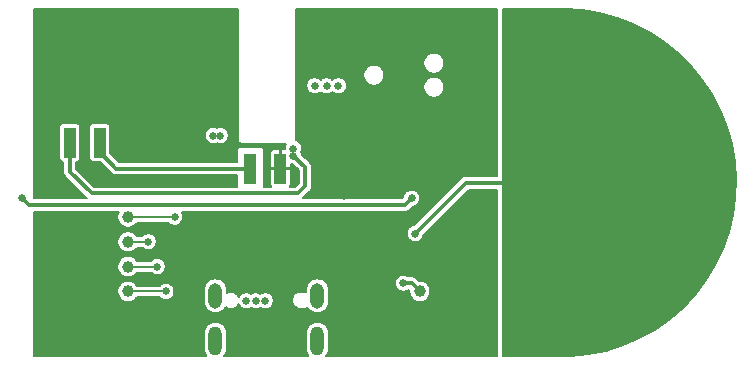
<source format=gbr>
%TF.GenerationSoftware,KiCad,Pcbnew,(5.1.9-0-10_14)*%
%TF.CreationDate,2021-10-13T13:46:12+02:00*%
%TF.ProjectId,s1-ecg-demo,73312d65-6367-42d6-9465-6d6f2e6b6963,2*%
%TF.SameCoordinates,Original*%
%TF.FileFunction,Copper,L4,Bot*%
%TF.FilePolarity,Positive*%
%FSLAX46Y46*%
G04 Gerber Fmt 4.6, Leading zero omitted, Abs format (unit mm)*
G04 Created by KiCad (PCBNEW (5.1.9-0-10_14)) date 2021-10-13 13:46:12*
%MOMM*%
%LPD*%
G01*
G04 APERTURE LIST*
%TA.AperFunction,ComponentPad*%
%ADD10O,1.158000X2.158000*%
%TD*%
%TA.AperFunction,ComponentPad*%
%ADD11O,1.158000X2.458000*%
%TD*%
%TA.AperFunction,SMDPad,CuDef*%
%ADD12C,1.000000*%
%TD*%
%TA.AperFunction,SMDPad,CuDef*%
%ADD13R,1.000000X2.500000*%
%TD*%
%TA.AperFunction,ViaPad*%
%ADD14C,0.650000*%
%TD*%
%TA.AperFunction,Conductor*%
%ADD15C,0.350000*%
%TD*%
%TA.AperFunction,Conductor*%
%ADD16C,0.200000*%
%TD*%
%TA.AperFunction,Conductor*%
%ADD17C,0.100000*%
%TD*%
G04 APERTURE END LIST*
D10*
%TO.P,J6,*%
%TO.N,*%
X143419601Y-113170999D03*
D11*
X143420001Y-116996000D03*
D10*
X134779998Y-113170999D03*
D11*
X134779998Y-116996000D03*
%TD*%
D12*
%TO.P,TP1,1*%
%TO.N,/ecg-out*%
X152100000Y-112800000D03*
%TD*%
%TO.P,TP5,1*%
%TO.N,/led4*%
X127400000Y-112800000D03*
%TD*%
%TO.P,TP4,1*%
%TO.N,/led3*%
X127400000Y-110700000D03*
%TD*%
%TO.P,TP3,1*%
%TO.N,/led2*%
X127400000Y-108600000D03*
%TD*%
%TO.P,TP2,1*%
%TO.N,/led1*%
X127400000Y-106500000D03*
%TD*%
%TO.P,J4,1*%
%TO.N,Net-(J4-Pad1)*%
%TA.AperFunction,SMDPad,CuDef*%
G36*
G01*
X159138000Y-103981000D02*
X159138000Y-103219000D01*
G75*
G02*
X159519000Y-102838000I381000J0D01*
G01*
X160281000Y-102838000D01*
G75*
G02*
X160662000Y-103219000I0J-381000D01*
G01*
X160662000Y-103981000D01*
G75*
G02*
X160281000Y-104362000I-381000J0D01*
G01*
X159519000Y-104362000D01*
G75*
G02*
X159138000Y-103981000I0J381000D01*
G01*
G37*
%TD.AperFunction*%
%TD*%
D13*
%TO.P,J5,2*%
%TO.N,Net-(J5-Pad2)*%
X124990000Y-100200000D03*
%TO.P,J5,1*%
%TO.N,/Vbatt*%
X122450000Y-100200000D03*
%TD*%
%TO.P,J7,2*%
%TO.N,Net-(J5-Pad2)*%
X137760000Y-102400000D03*
%TO.P,J7,1*%
%TO.N,GND*%
X140300000Y-102400000D03*
%TD*%
D14*
%TO.N,GND*%
X122300000Y-89400000D03*
X129300000Y-89400000D03*
X143200000Y-97500000D03*
X135375000Y-111225000D03*
X145700000Y-104700000D03*
X135100000Y-93100000D03*
X143200000Y-93200000D03*
X148800000Y-89400000D03*
X147300000Y-100800000D03*
X123750000Y-100400000D03*
X141300000Y-109500000D03*
X141300000Y-106600000D03*
X141500000Y-102600000D03*
X120300000Y-91700000D03*
X120300000Y-107700000D03*
X122300000Y-117700000D03*
X120300000Y-115700000D03*
X120300000Y-99700000D03*
X129300000Y-117700000D03*
X155300000Y-117700000D03*
X147300000Y-117700000D03*
X155100000Y-89400000D03*
X157900000Y-92000000D03*
X157900000Y-99700000D03*
X157900000Y-107500000D03*
X157900000Y-115500000D03*
X142200000Y-111300000D03*
X139975000Y-111350000D03*
X139100000Y-117700000D03*
X151200000Y-103500000D03*
X150850000Y-107050000D03*
X146400000Y-109500000D03*
X150500000Y-109500000D03*
X144300000Y-106600000D03*
X144250000Y-101650000D03*
X150400000Y-101500000D03*
X148900000Y-113400000D03*
X154800000Y-102000000D03*
X154800000Y-112600000D03*
X125200000Y-111600000D03*
X130300000Y-93600000D03*
X142700000Y-115000000D03*
X135500000Y-115000000D03*
X151400000Y-92700000D03*
X134150000Y-110300000D03*
X143200000Y-98675000D03*
X142100000Y-92200000D03*
X142100000Y-90800000D03*
X142100000Y-89400000D03*
X136200000Y-90800000D03*
X136200000Y-92200000D03*
X136200000Y-89400000D03*
X157900000Y-105000000D03*
X125000000Y-98000000D03*
X122400000Y-98000000D03*
X139150000Y-102050000D03*
X139150000Y-103550000D03*
X141500000Y-103600000D03*
X125000000Y-103400000D03*
X127600000Y-101400000D03*
X146500000Y-94500000D03*
X151400000Y-96300000D03*
X154400000Y-94500000D03*
X148700000Y-98500000D03*
X125700000Y-92900000D03*
X128200000Y-103400000D03*
%TO.N,+1V8*%
X143200000Y-95399994D03*
X144200000Y-95400000D03*
X145200000Y-95400000D03*
%TO.N,Net-(J1-Pad1)*%
X118400000Y-104900000D03*
X151400000Y-104900000D03*
%TO.N,/ecg-out*%
X150700000Y-112100000D03*
%TO.N,Net-(J4-Pad1)*%
X151700000Y-107900000D03*
%TO.N,/Vbatt*%
X141400000Y-100700000D03*
X141400000Y-101300000D03*
%TO.N,VBUS*%
X139000000Y-113600000D03*
X137400000Y-113600000D03*
X138200000Y-113600000D03*
X134600000Y-99600000D03*
X135200000Y-99600000D03*
%TO.N,/led2*%
X129100000Y-108600000D03*
%TO.N,/led3*%
X129850000Y-110700000D03*
%TO.N,/led4*%
X130600000Y-112800000D03*
%TO.N,/led1*%
X131350000Y-106500000D03*
%TD*%
D15*
%TO.N,GND*%
X140400000Y-102000000D02*
X140400000Y-101550002D01*
X140300000Y-102400000D02*
X140300000Y-101650000D01*
%TO.N,Net-(J1-Pad1)*%
X150800000Y-105500000D02*
X151400000Y-104900000D01*
X119000000Y-105500000D02*
X150800000Y-105500000D01*
X118400000Y-104900000D02*
X119000000Y-105500000D01*
%TO.N,Net-(J5-Pad2)*%
X126400000Y-102400000D02*
X127950000Y-102400000D01*
X124990000Y-100990000D02*
X126400000Y-102400000D01*
X127950000Y-102400000D02*
X137760000Y-102400000D01*
X124990000Y-100200000D02*
X124990000Y-100990000D01*
%TO.N,/ecg-out*%
X151400000Y-112100000D02*
X152100000Y-112800000D01*
X150700000Y-112100000D02*
X151400000Y-112100000D01*
%TO.N,Net-(J4-Pad1)*%
X159900000Y-103600000D02*
X156000000Y-103600000D01*
X156000000Y-103600000D02*
X151700000Y-107900000D01*
%TO.N,/Vbatt*%
X122450000Y-102650000D02*
X122450000Y-100200000D01*
X141800000Y-104500000D02*
X124300000Y-104500000D01*
X142400000Y-103900000D02*
X141800000Y-104500000D01*
X142400000Y-102300000D02*
X142400000Y-103900000D01*
X124300000Y-104500000D02*
X122450000Y-102650000D01*
X141400000Y-101300000D02*
X142400000Y-102300000D01*
D16*
%TO.N,/led2*%
X129100000Y-108600000D02*
X127400000Y-108600000D01*
%TO.N,/led3*%
X127400000Y-110700000D02*
X129850000Y-110700000D01*
%TO.N,/led4*%
X127400000Y-112800000D02*
X130600000Y-112800000D01*
%TO.N,/led1*%
X127400000Y-106500000D02*
X131350000Y-106500000D01*
%TD*%
%TO.N,Net-(J4-Pad1)*%
X165805094Y-89013278D02*
X167295994Y-89255537D01*
X168754102Y-89649769D01*
X170163953Y-90191791D01*
X171510624Y-90875866D01*
X172779851Y-91694751D01*
X173958169Y-92639757D01*
X175033112Y-93700885D01*
X175993278Y-94866880D01*
X176828506Y-96125402D01*
X177529946Y-97463117D01*
X178090159Y-98865840D01*
X178503217Y-100318725D01*
X178764740Y-101806365D01*
X178871961Y-103313022D01*
X178823741Y-104822706D01*
X178620590Y-106319443D01*
X178264666Y-107787360D01*
X177759731Y-109210924D01*
X177111138Y-110575048D01*
X176325766Y-111865263D01*
X175411932Y-113067912D01*
X174379302Y-114170270D01*
X173238839Y-115160630D01*
X172002609Y-116028519D01*
X170683722Y-116764732D01*
X169296138Y-117361474D01*
X167854566Y-117812423D01*
X166374284Y-118112797D01*
X164865591Y-118259944D01*
X164095830Y-118275000D01*
X159100000Y-118275000D01*
X159100000Y-88925000D01*
X164287642Y-88925000D01*
X165805094Y-89013278D01*
%TA.AperFunction,Conductor*%
D17*
G36*
X165805094Y-89013278D02*
G01*
X167295994Y-89255537D01*
X168754102Y-89649769D01*
X170163953Y-90191791D01*
X171510624Y-90875866D01*
X172779851Y-91694751D01*
X173958169Y-92639757D01*
X175033112Y-93700885D01*
X175993278Y-94866880D01*
X176828506Y-96125402D01*
X177529946Y-97463117D01*
X178090159Y-98865840D01*
X178503217Y-100318725D01*
X178764740Y-101806365D01*
X178871961Y-103313022D01*
X178823741Y-104822706D01*
X178620590Y-106319443D01*
X178264666Y-107787360D01*
X177759731Y-109210924D01*
X177111138Y-110575048D01*
X176325766Y-111865263D01*
X175411932Y-113067912D01*
X174379302Y-114170270D01*
X173238839Y-115160630D01*
X172002609Y-116028519D01*
X170683722Y-116764732D01*
X169296138Y-117361474D01*
X167854566Y-117812423D01*
X166374284Y-118112797D01*
X164865591Y-118259944D01*
X164095830Y-118275000D01*
X159100000Y-118275000D01*
X159100000Y-88925000D01*
X164287642Y-88925000D01*
X165805094Y-89013278D01*
G37*
%TD.AperFunction*%
%TD*%
D16*
%TO.N,GND*%
X158600000Y-103025000D02*
X156028242Y-103025000D01*
X155999999Y-103022218D01*
X155971756Y-103025000D01*
X155971754Y-103025000D01*
X155887280Y-103033320D01*
X155778892Y-103066199D01*
X155679001Y-103119592D01*
X155665822Y-103130408D01*
X155591446Y-103191446D01*
X155573439Y-103213388D01*
X151607665Y-107179163D01*
X151488525Y-107202861D01*
X151356584Y-107257513D01*
X151237839Y-107336856D01*
X151136856Y-107437839D01*
X151057513Y-107556584D01*
X151002861Y-107688525D01*
X150975000Y-107828594D01*
X150975000Y-107971406D01*
X151002861Y-108111475D01*
X151057513Y-108243416D01*
X151136856Y-108362161D01*
X151237839Y-108463144D01*
X151356584Y-108542487D01*
X151488525Y-108597139D01*
X151628594Y-108625000D01*
X151771406Y-108625000D01*
X151911475Y-108597139D01*
X152043416Y-108542487D01*
X152162161Y-108463144D01*
X152263144Y-108362161D01*
X152342487Y-108243416D01*
X152397139Y-108111475D01*
X152420837Y-107992335D01*
X156238173Y-104175000D01*
X158600000Y-104175000D01*
X158600000Y-118275000D01*
X144170269Y-118275000D01*
X144237948Y-118192534D01*
X144328855Y-118022459D01*
X144384835Y-117837917D01*
X144399001Y-117694086D01*
X144399001Y-116297914D01*
X144384835Y-116154083D01*
X144328855Y-115969541D01*
X144237948Y-115799466D01*
X144115607Y-115650394D01*
X143966535Y-115528053D01*
X143796459Y-115437146D01*
X143611917Y-115381166D01*
X143420001Y-115362264D01*
X143228084Y-115381166D01*
X143043542Y-115437146D01*
X142873467Y-115528053D01*
X142724395Y-115650394D01*
X142602054Y-115799466D01*
X142511147Y-115969542D01*
X142455167Y-116154084D01*
X142441001Y-116297915D01*
X142441002Y-117694086D01*
X142455168Y-117837917D01*
X142511148Y-118022459D01*
X142602055Y-118192534D01*
X142669734Y-118275000D01*
X135530266Y-118275000D01*
X135597945Y-118192534D01*
X135688852Y-118022459D01*
X135744832Y-117837917D01*
X135758998Y-117694086D01*
X135758998Y-116297914D01*
X135744832Y-116154083D01*
X135688852Y-115969541D01*
X135597945Y-115799466D01*
X135475604Y-115650394D01*
X135326532Y-115528053D01*
X135156456Y-115437146D01*
X134971914Y-115381166D01*
X134779998Y-115362264D01*
X134588081Y-115381166D01*
X134403539Y-115437146D01*
X134233464Y-115528053D01*
X134084392Y-115650394D01*
X133962051Y-115799466D01*
X133871144Y-115969542D01*
X133815164Y-116154084D01*
X133800998Y-116297915D01*
X133800999Y-117694086D01*
X133815165Y-117837917D01*
X133871145Y-118022459D01*
X133962052Y-118192534D01*
X134029731Y-118275000D01*
X119400000Y-118275000D01*
X119400000Y-112711358D01*
X126500000Y-112711358D01*
X126500000Y-112888642D01*
X126534586Y-113062520D01*
X126602430Y-113226310D01*
X126700924Y-113373717D01*
X126826283Y-113499076D01*
X126973690Y-113597570D01*
X127137480Y-113665414D01*
X127311358Y-113700000D01*
X127488642Y-113700000D01*
X127662520Y-113665414D01*
X127826310Y-113597570D01*
X127973717Y-113499076D01*
X128099076Y-113373717D01*
X128148332Y-113300000D01*
X130074695Y-113300000D01*
X130137839Y-113363144D01*
X130256584Y-113442487D01*
X130388525Y-113497139D01*
X130528594Y-113525000D01*
X130671406Y-113525000D01*
X130811475Y-113497139D01*
X130943416Y-113442487D01*
X131062161Y-113363144D01*
X131163144Y-113262161D01*
X131242487Y-113143416D01*
X131297139Y-113011475D01*
X131325000Y-112871406D01*
X131325000Y-112728594D01*
X131303980Y-112622914D01*
X133800998Y-112622914D01*
X133800999Y-113719085D01*
X133815165Y-113862916D01*
X133871145Y-114047458D01*
X133962052Y-114217533D01*
X134084393Y-114366605D01*
X134233465Y-114488946D01*
X134403540Y-114579853D01*
X134588082Y-114635833D01*
X134779998Y-114654735D01*
X134971915Y-114635833D01*
X135156457Y-114579853D01*
X135326532Y-114488946D01*
X135475604Y-114366605D01*
X135597945Y-114217533D01*
X135647982Y-114123921D01*
X135756584Y-114196487D01*
X135888525Y-114251139D01*
X136028594Y-114279000D01*
X136171406Y-114279000D01*
X136311475Y-114251139D01*
X136443416Y-114196487D01*
X136562161Y-114117144D01*
X136663144Y-114016161D01*
X136740001Y-113901137D01*
X136757513Y-113943416D01*
X136836856Y-114062161D01*
X136937839Y-114163144D01*
X137056584Y-114242487D01*
X137188525Y-114297139D01*
X137328594Y-114325000D01*
X137471406Y-114325000D01*
X137611475Y-114297139D01*
X137743416Y-114242487D01*
X137800000Y-114204679D01*
X137856584Y-114242487D01*
X137988525Y-114297139D01*
X138128594Y-114325000D01*
X138271406Y-114325000D01*
X138411475Y-114297139D01*
X138543416Y-114242487D01*
X138600000Y-114204679D01*
X138656584Y-114242487D01*
X138788525Y-114297139D01*
X138928594Y-114325000D01*
X139071406Y-114325000D01*
X139211475Y-114297139D01*
X139343416Y-114242487D01*
X139462161Y-114163144D01*
X139563144Y-114062161D01*
X139642487Y-113943416D01*
X139697139Y-113811475D01*
X139725000Y-113671406D01*
X139725000Y-113554001D01*
X141271492Y-113554001D01*
X141285490Y-113696126D01*
X141326946Y-113832789D01*
X141394268Y-113958738D01*
X141484867Y-114069133D01*
X141595262Y-114159732D01*
X141721211Y-114227054D01*
X141857874Y-114268510D01*
X141964392Y-114279001D01*
X142235606Y-114279001D01*
X142342124Y-114268510D01*
X142478787Y-114227054D01*
X142578310Y-114173857D01*
X142601655Y-114217533D01*
X142723996Y-114366605D01*
X142873068Y-114488946D01*
X143043143Y-114579853D01*
X143227685Y-114635833D01*
X143419601Y-114654735D01*
X143611518Y-114635833D01*
X143796060Y-114579853D01*
X143966135Y-114488946D01*
X144115207Y-114366605D01*
X144237548Y-114217533D01*
X144328455Y-114047458D01*
X144384435Y-113862916D01*
X144398601Y-113719084D01*
X144398601Y-112622913D01*
X144384435Y-112479082D01*
X144328455Y-112294540D01*
X144237548Y-112124465D01*
X144158869Y-112028594D01*
X149975000Y-112028594D01*
X149975000Y-112171406D01*
X150002861Y-112311475D01*
X150057513Y-112443416D01*
X150136856Y-112562161D01*
X150237839Y-112663144D01*
X150356584Y-112742487D01*
X150488525Y-112797139D01*
X150628594Y-112825000D01*
X150771406Y-112825000D01*
X150911475Y-112797139D01*
X151043416Y-112742487D01*
X151144417Y-112675000D01*
X151161828Y-112675000D01*
X151200000Y-112713172D01*
X151200000Y-112888642D01*
X151234586Y-113062520D01*
X151302430Y-113226310D01*
X151400924Y-113373717D01*
X151526283Y-113499076D01*
X151673690Y-113597570D01*
X151837480Y-113665414D01*
X152011358Y-113700000D01*
X152188642Y-113700000D01*
X152362520Y-113665414D01*
X152526310Y-113597570D01*
X152673717Y-113499076D01*
X152799076Y-113373717D01*
X152897570Y-113226310D01*
X152965414Y-113062520D01*
X153000000Y-112888642D01*
X153000000Y-112711358D01*
X152965414Y-112537480D01*
X152897570Y-112373690D01*
X152799076Y-112226283D01*
X152673717Y-112100924D01*
X152526310Y-112002430D01*
X152362520Y-111934586D01*
X152188642Y-111900000D01*
X152013172Y-111900000D01*
X151826566Y-111713394D01*
X151808554Y-111691446D01*
X151720998Y-111619592D01*
X151621108Y-111566199D01*
X151512720Y-111533320D01*
X151428246Y-111525000D01*
X151428243Y-111525000D01*
X151400000Y-111522218D01*
X151371757Y-111525000D01*
X151144417Y-111525000D01*
X151043416Y-111457513D01*
X150911475Y-111402861D01*
X150771406Y-111375000D01*
X150628594Y-111375000D01*
X150488525Y-111402861D01*
X150356584Y-111457513D01*
X150237839Y-111536856D01*
X150136856Y-111637839D01*
X150057513Y-111756584D01*
X150002861Y-111888525D01*
X149975000Y-112028594D01*
X144158869Y-112028594D01*
X144115207Y-111975393D01*
X143966135Y-111853052D01*
X143796059Y-111762145D01*
X143611517Y-111706165D01*
X143419601Y-111687263D01*
X143227684Y-111706165D01*
X143043142Y-111762145D01*
X142873067Y-111853052D01*
X142723995Y-111975393D01*
X142601654Y-112124465D01*
X142510747Y-112294541D01*
X142454767Y-112479083D01*
X142440601Y-112622914D01*
X142440601Y-112869365D01*
X142342124Y-112839492D01*
X142235606Y-112829001D01*
X141964392Y-112829001D01*
X141857874Y-112839492D01*
X141721211Y-112880948D01*
X141595262Y-112948270D01*
X141484867Y-113038869D01*
X141394268Y-113149264D01*
X141326946Y-113275213D01*
X141285490Y-113411876D01*
X141271492Y-113554001D01*
X139725000Y-113554001D01*
X139725000Y-113528594D01*
X139697139Y-113388525D01*
X139642487Y-113256584D01*
X139563144Y-113137839D01*
X139462161Y-113036856D01*
X139343416Y-112957513D01*
X139211475Y-112902861D01*
X139071406Y-112875000D01*
X138928594Y-112875000D01*
X138788525Y-112902861D01*
X138656584Y-112957513D01*
X138600000Y-112995321D01*
X138543416Y-112957513D01*
X138411475Y-112902861D01*
X138271406Y-112875000D01*
X138128594Y-112875000D01*
X137988525Y-112902861D01*
X137856584Y-112957513D01*
X137800000Y-112995321D01*
X137743416Y-112957513D01*
X137611475Y-112902861D01*
X137471406Y-112875000D01*
X137328594Y-112875000D01*
X137188525Y-112902861D01*
X137056584Y-112957513D01*
X136937839Y-113036856D01*
X136836856Y-113137839D01*
X136759999Y-113252863D01*
X136742487Y-113210584D01*
X136663144Y-113091839D01*
X136562161Y-112990856D01*
X136443416Y-112911513D01*
X136311475Y-112856861D01*
X136171406Y-112829000D01*
X136028594Y-112829000D01*
X135888525Y-112856861D01*
X135758998Y-112910513D01*
X135758998Y-112622913D01*
X135744832Y-112479082D01*
X135688852Y-112294540D01*
X135597945Y-112124465D01*
X135475604Y-111975393D01*
X135326532Y-111853052D01*
X135156456Y-111762145D01*
X134971914Y-111706165D01*
X134779998Y-111687263D01*
X134588081Y-111706165D01*
X134403539Y-111762145D01*
X134233464Y-111853052D01*
X134084392Y-111975393D01*
X133962051Y-112124465D01*
X133871144Y-112294541D01*
X133815164Y-112479083D01*
X133800998Y-112622914D01*
X131303980Y-112622914D01*
X131297139Y-112588525D01*
X131242487Y-112456584D01*
X131163144Y-112337839D01*
X131062161Y-112236856D01*
X130943416Y-112157513D01*
X130811475Y-112102861D01*
X130671406Y-112075000D01*
X130528594Y-112075000D01*
X130388525Y-112102861D01*
X130256584Y-112157513D01*
X130137839Y-112236856D01*
X130074695Y-112300000D01*
X128148332Y-112300000D01*
X128099076Y-112226283D01*
X127973717Y-112100924D01*
X127826310Y-112002430D01*
X127662520Y-111934586D01*
X127488642Y-111900000D01*
X127311358Y-111900000D01*
X127137480Y-111934586D01*
X126973690Y-112002430D01*
X126826283Y-112100924D01*
X126700924Y-112226283D01*
X126602430Y-112373690D01*
X126534586Y-112537480D01*
X126500000Y-112711358D01*
X119400000Y-112711358D01*
X119400000Y-110611358D01*
X126500000Y-110611358D01*
X126500000Y-110788642D01*
X126534586Y-110962520D01*
X126602430Y-111126310D01*
X126700924Y-111273717D01*
X126826283Y-111399076D01*
X126973690Y-111497570D01*
X127137480Y-111565414D01*
X127311358Y-111600000D01*
X127488642Y-111600000D01*
X127662520Y-111565414D01*
X127826310Y-111497570D01*
X127973717Y-111399076D01*
X128099076Y-111273717D01*
X128148332Y-111200000D01*
X129324695Y-111200000D01*
X129387839Y-111263144D01*
X129506584Y-111342487D01*
X129638525Y-111397139D01*
X129778594Y-111425000D01*
X129921406Y-111425000D01*
X130061475Y-111397139D01*
X130193416Y-111342487D01*
X130312161Y-111263144D01*
X130413144Y-111162161D01*
X130492487Y-111043416D01*
X130547139Y-110911475D01*
X130575000Y-110771406D01*
X130575000Y-110628594D01*
X130547139Y-110488525D01*
X130492487Y-110356584D01*
X130413144Y-110237839D01*
X130312161Y-110136856D01*
X130193416Y-110057513D01*
X130061475Y-110002861D01*
X129921406Y-109975000D01*
X129778594Y-109975000D01*
X129638525Y-110002861D01*
X129506584Y-110057513D01*
X129387839Y-110136856D01*
X129324695Y-110200000D01*
X128148332Y-110200000D01*
X128099076Y-110126283D01*
X127973717Y-110000924D01*
X127826310Y-109902430D01*
X127662520Y-109834586D01*
X127488642Y-109800000D01*
X127311358Y-109800000D01*
X127137480Y-109834586D01*
X126973690Y-109902430D01*
X126826283Y-110000924D01*
X126700924Y-110126283D01*
X126602430Y-110273690D01*
X126534586Y-110437480D01*
X126500000Y-110611358D01*
X119400000Y-110611358D01*
X119400000Y-108511358D01*
X126500000Y-108511358D01*
X126500000Y-108688642D01*
X126534586Y-108862520D01*
X126602430Y-109026310D01*
X126700924Y-109173717D01*
X126826283Y-109299076D01*
X126973690Y-109397570D01*
X127137480Y-109465414D01*
X127311358Y-109500000D01*
X127488642Y-109500000D01*
X127662520Y-109465414D01*
X127826310Y-109397570D01*
X127973717Y-109299076D01*
X128099076Y-109173717D01*
X128148332Y-109100000D01*
X128574695Y-109100000D01*
X128637839Y-109163144D01*
X128756584Y-109242487D01*
X128888525Y-109297139D01*
X129028594Y-109325000D01*
X129171406Y-109325000D01*
X129311475Y-109297139D01*
X129443416Y-109242487D01*
X129562161Y-109163144D01*
X129663144Y-109062161D01*
X129742487Y-108943416D01*
X129797139Y-108811475D01*
X129825000Y-108671406D01*
X129825000Y-108528594D01*
X129797139Y-108388525D01*
X129742487Y-108256584D01*
X129663144Y-108137839D01*
X129562161Y-108036856D01*
X129443416Y-107957513D01*
X129311475Y-107902861D01*
X129171406Y-107875000D01*
X129028594Y-107875000D01*
X128888525Y-107902861D01*
X128756584Y-107957513D01*
X128637839Y-108036856D01*
X128574695Y-108100000D01*
X128148332Y-108100000D01*
X128099076Y-108026283D01*
X127973717Y-107900924D01*
X127826310Y-107802430D01*
X127662520Y-107734586D01*
X127488642Y-107700000D01*
X127311358Y-107700000D01*
X127137480Y-107734586D01*
X126973690Y-107802430D01*
X126826283Y-107900924D01*
X126700924Y-108026283D01*
X126602430Y-108173690D01*
X126534586Y-108337480D01*
X126500000Y-108511358D01*
X119400000Y-108511358D01*
X119400000Y-106075000D01*
X126601887Y-106075000D01*
X126534586Y-106237480D01*
X126500000Y-106411358D01*
X126500000Y-106588642D01*
X126534586Y-106762520D01*
X126602430Y-106926310D01*
X126700924Y-107073717D01*
X126826283Y-107199076D01*
X126973690Y-107297570D01*
X127137480Y-107365414D01*
X127311358Y-107400000D01*
X127488642Y-107400000D01*
X127662520Y-107365414D01*
X127826310Y-107297570D01*
X127973717Y-107199076D01*
X128099076Y-107073717D01*
X128148332Y-107000000D01*
X130824695Y-107000000D01*
X130887839Y-107063144D01*
X131006584Y-107142487D01*
X131138525Y-107197139D01*
X131278594Y-107225000D01*
X131421406Y-107225000D01*
X131561475Y-107197139D01*
X131693416Y-107142487D01*
X131812161Y-107063144D01*
X131913144Y-106962161D01*
X131992487Y-106843416D01*
X132047139Y-106711475D01*
X132075000Y-106571406D01*
X132075000Y-106428594D01*
X132047139Y-106288525D01*
X131992487Y-106156584D01*
X131937974Y-106075000D01*
X150771757Y-106075000D01*
X150800000Y-106077782D01*
X150828243Y-106075000D01*
X150828246Y-106075000D01*
X150912720Y-106066680D01*
X151021108Y-106033801D01*
X151120998Y-105980408D01*
X151208554Y-105908554D01*
X151226565Y-105886607D01*
X151492336Y-105620837D01*
X151611475Y-105597139D01*
X151743416Y-105542487D01*
X151862161Y-105463144D01*
X151963144Y-105362161D01*
X152042487Y-105243416D01*
X152097139Y-105111475D01*
X152125000Y-104971406D01*
X152125000Y-104828594D01*
X152097139Y-104688525D01*
X152042487Y-104556584D01*
X151963144Y-104437839D01*
X151862161Y-104336856D01*
X151743416Y-104257513D01*
X151611475Y-104202861D01*
X151471406Y-104175000D01*
X151328594Y-104175000D01*
X151188525Y-104202861D01*
X151056584Y-104257513D01*
X150937839Y-104336856D01*
X150836856Y-104437839D01*
X150757513Y-104556584D01*
X150702861Y-104688525D01*
X150679163Y-104807664D01*
X150561828Y-104925000D01*
X142188514Y-104925000D01*
X142208554Y-104908554D01*
X142226565Y-104886607D01*
X142786612Y-104326561D01*
X142808554Y-104308554D01*
X142842782Y-104266847D01*
X142880408Y-104220999D01*
X142933801Y-104121108D01*
X142955371Y-104050000D01*
X142966680Y-104012720D01*
X142975000Y-103928246D01*
X142975000Y-103928244D01*
X142977782Y-103900001D01*
X142975000Y-103871758D01*
X142975000Y-102328243D01*
X142977782Y-102300000D01*
X142972857Y-102250000D01*
X142966680Y-102187280D01*
X142933801Y-102078892D01*
X142880408Y-101979002D01*
X142808554Y-101891446D01*
X142786613Y-101873440D01*
X142120837Y-101207665D01*
X142097139Y-101088525D01*
X142060471Y-101000000D01*
X142097139Y-100911475D01*
X142125000Y-100771406D01*
X142125000Y-100628594D01*
X142097139Y-100488525D01*
X142042487Y-100356584D01*
X141963144Y-100237839D01*
X141862161Y-100136856D01*
X141743416Y-100057513D01*
X141612759Y-100003393D01*
X141618850Y-99983314D01*
X141627056Y-99900000D01*
X141625000Y-99879126D01*
X141625000Y-95328588D01*
X142475000Y-95328588D01*
X142475000Y-95471400D01*
X142502861Y-95611469D01*
X142557513Y-95743410D01*
X142636856Y-95862155D01*
X142737839Y-95963138D01*
X142856584Y-96042481D01*
X142988525Y-96097133D01*
X143128594Y-96124994D01*
X143271406Y-96124994D01*
X143411475Y-96097133D01*
X143543416Y-96042481D01*
X143662161Y-95963138D01*
X143699997Y-95925302D01*
X143737839Y-95963144D01*
X143856584Y-96042487D01*
X143988525Y-96097139D01*
X144128594Y-96125000D01*
X144271406Y-96125000D01*
X144411475Y-96097139D01*
X144543416Y-96042487D01*
X144662161Y-95963144D01*
X144700000Y-95925305D01*
X144737839Y-95963144D01*
X144856584Y-96042487D01*
X144988525Y-96097139D01*
X145128594Y-96125000D01*
X145271406Y-96125000D01*
X145411475Y-96097139D01*
X145543416Y-96042487D01*
X145662161Y-95963144D01*
X145763144Y-95862161D01*
X145842487Y-95743416D01*
X145897139Y-95611475D01*
X145925000Y-95471406D01*
X145925000Y-95427821D01*
X152394700Y-95427821D01*
X152394700Y-95604179D01*
X152429106Y-95777149D01*
X152496595Y-95940084D01*
X152594575Y-96086720D01*
X152719280Y-96211425D01*
X152865916Y-96309405D01*
X153028851Y-96376894D01*
X153201821Y-96411300D01*
X153378179Y-96411300D01*
X153551149Y-96376894D01*
X153714084Y-96309405D01*
X153860720Y-96211425D01*
X153985425Y-96086720D01*
X154083405Y-95940084D01*
X154150894Y-95777149D01*
X154185300Y-95604179D01*
X154185300Y-95427821D01*
X154150894Y-95254851D01*
X154083405Y-95091916D01*
X153985425Y-94945280D01*
X153860720Y-94820575D01*
X153714084Y-94722595D01*
X153551149Y-94655106D01*
X153378179Y-94620700D01*
X153201821Y-94620700D01*
X153028851Y-94655106D01*
X152865916Y-94722595D01*
X152719280Y-94820575D01*
X152594575Y-94945280D01*
X152496595Y-95091916D01*
X152429106Y-95254851D01*
X152394700Y-95427821D01*
X145925000Y-95427821D01*
X145925000Y-95328594D01*
X145897139Y-95188525D01*
X145842487Y-95056584D01*
X145763144Y-94937839D01*
X145662161Y-94836856D01*
X145543416Y-94757513D01*
X145411475Y-94702861D01*
X145271406Y-94675000D01*
X145128594Y-94675000D01*
X144988525Y-94702861D01*
X144856584Y-94757513D01*
X144737839Y-94836856D01*
X144700000Y-94874695D01*
X144662161Y-94836856D01*
X144543416Y-94757513D01*
X144411475Y-94702861D01*
X144271406Y-94675000D01*
X144128594Y-94675000D01*
X143988525Y-94702861D01*
X143856584Y-94757513D01*
X143737839Y-94836856D01*
X143700003Y-94874692D01*
X143662161Y-94836850D01*
X143543416Y-94757507D01*
X143411475Y-94702855D01*
X143271406Y-94674994D01*
X143128594Y-94674994D01*
X142988525Y-94702855D01*
X142856584Y-94757507D01*
X142737839Y-94836850D01*
X142636856Y-94937833D01*
X142557513Y-95056578D01*
X142502861Y-95188519D01*
X142475000Y-95328588D01*
X141625000Y-95328588D01*
X141625000Y-94411821D01*
X147314700Y-94411821D01*
X147314700Y-94588179D01*
X147349106Y-94761149D01*
X147416595Y-94924084D01*
X147514575Y-95070720D01*
X147639280Y-95195425D01*
X147785916Y-95293405D01*
X147948851Y-95360894D01*
X148121821Y-95395300D01*
X148298179Y-95395300D01*
X148471149Y-95360894D01*
X148634084Y-95293405D01*
X148780720Y-95195425D01*
X148905425Y-95070720D01*
X149003405Y-94924084D01*
X149070894Y-94761149D01*
X149105300Y-94588179D01*
X149105300Y-94411821D01*
X149070894Y-94238851D01*
X149003405Y-94075916D01*
X148905425Y-93929280D01*
X148780720Y-93804575D01*
X148634084Y-93706595D01*
X148471149Y-93639106D01*
X148298179Y-93604700D01*
X148121821Y-93604700D01*
X147948851Y-93639106D01*
X147785916Y-93706595D01*
X147639280Y-93804575D01*
X147514575Y-93929280D01*
X147416595Y-94075916D01*
X147349106Y-94238851D01*
X147314700Y-94411821D01*
X141625000Y-94411821D01*
X141625000Y-93395821D01*
X152394700Y-93395821D01*
X152394700Y-93572179D01*
X152429106Y-93745149D01*
X152496595Y-93908084D01*
X152594575Y-94054720D01*
X152719280Y-94179425D01*
X152865916Y-94277405D01*
X153028851Y-94344894D01*
X153201821Y-94379300D01*
X153378179Y-94379300D01*
X153551149Y-94344894D01*
X153714084Y-94277405D01*
X153860720Y-94179425D01*
X153985425Y-94054720D01*
X154083405Y-93908084D01*
X154150894Y-93745149D01*
X154185300Y-93572179D01*
X154185300Y-93395821D01*
X154150894Y-93222851D01*
X154083405Y-93059916D01*
X153985425Y-92913280D01*
X153860720Y-92788575D01*
X153714084Y-92690595D01*
X153551149Y-92623106D01*
X153378179Y-92588700D01*
X153201821Y-92588700D01*
X153028851Y-92623106D01*
X152865916Y-92690595D01*
X152719280Y-92788575D01*
X152594575Y-92913280D01*
X152496595Y-93059916D01*
X152429106Y-93222851D01*
X152394700Y-93395821D01*
X141625000Y-93395821D01*
X141625000Y-88925000D01*
X158600000Y-88925000D01*
X158600000Y-103025000D01*
%TA.AperFunction,Conductor*%
D17*
G36*
X158600000Y-103025000D02*
G01*
X156028242Y-103025000D01*
X155999999Y-103022218D01*
X155971756Y-103025000D01*
X155971754Y-103025000D01*
X155887280Y-103033320D01*
X155778892Y-103066199D01*
X155679001Y-103119592D01*
X155665822Y-103130408D01*
X155591446Y-103191446D01*
X155573439Y-103213388D01*
X151607665Y-107179163D01*
X151488525Y-107202861D01*
X151356584Y-107257513D01*
X151237839Y-107336856D01*
X151136856Y-107437839D01*
X151057513Y-107556584D01*
X151002861Y-107688525D01*
X150975000Y-107828594D01*
X150975000Y-107971406D01*
X151002861Y-108111475D01*
X151057513Y-108243416D01*
X151136856Y-108362161D01*
X151237839Y-108463144D01*
X151356584Y-108542487D01*
X151488525Y-108597139D01*
X151628594Y-108625000D01*
X151771406Y-108625000D01*
X151911475Y-108597139D01*
X152043416Y-108542487D01*
X152162161Y-108463144D01*
X152263144Y-108362161D01*
X152342487Y-108243416D01*
X152397139Y-108111475D01*
X152420837Y-107992335D01*
X156238173Y-104175000D01*
X158600000Y-104175000D01*
X158600000Y-118275000D01*
X144170269Y-118275000D01*
X144237948Y-118192534D01*
X144328855Y-118022459D01*
X144384835Y-117837917D01*
X144399001Y-117694086D01*
X144399001Y-116297914D01*
X144384835Y-116154083D01*
X144328855Y-115969541D01*
X144237948Y-115799466D01*
X144115607Y-115650394D01*
X143966535Y-115528053D01*
X143796459Y-115437146D01*
X143611917Y-115381166D01*
X143420001Y-115362264D01*
X143228084Y-115381166D01*
X143043542Y-115437146D01*
X142873467Y-115528053D01*
X142724395Y-115650394D01*
X142602054Y-115799466D01*
X142511147Y-115969542D01*
X142455167Y-116154084D01*
X142441001Y-116297915D01*
X142441002Y-117694086D01*
X142455168Y-117837917D01*
X142511148Y-118022459D01*
X142602055Y-118192534D01*
X142669734Y-118275000D01*
X135530266Y-118275000D01*
X135597945Y-118192534D01*
X135688852Y-118022459D01*
X135744832Y-117837917D01*
X135758998Y-117694086D01*
X135758998Y-116297914D01*
X135744832Y-116154083D01*
X135688852Y-115969541D01*
X135597945Y-115799466D01*
X135475604Y-115650394D01*
X135326532Y-115528053D01*
X135156456Y-115437146D01*
X134971914Y-115381166D01*
X134779998Y-115362264D01*
X134588081Y-115381166D01*
X134403539Y-115437146D01*
X134233464Y-115528053D01*
X134084392Y-115650394D01*
X133962051Y-115799466D01*
X133871144Y-115969542D01*
X133815164Y-116154084D01*
X133800998Y-116297915D01*
X133800999Y-117694086D01*
X133815165Y-117837917D01*
X133871145Y-118022459D01*
X133962052Y-118192534D01*
X134029731Y-118275000D01*
X119400000Y-118275000D01*
X119400000Y-112711358D01*
X126500000Y-112711358D01*
X126500000Y-112888642D01*
X126534586Y-113062520D01*
X126602430Y-113226310D01*
X126700924Y-113373717D01*
X126826283Y-113499076D01*
X126973690Y-113597570D01*
X127137480Y-113665414D01*
X127311358Y-113700000D01*
X127488642Y-113700000D01*
X127662520Y-113665414D01*
X127826310Y-113597570D01*
X127973717Y-113499076D01*
X128099076Y-113373717D01*
X128148332Y-113300000D01*
X130074695Y-113300000D01*
X130137839Y-113363144D01*
X130256584Y-113442487D01*
X130388525Y-113497139D01*
X130528594Y-113525000D01*
X130671406Y-113525000D01*
X130811475Y-113497139D01*
X130943416Y-113442487D01*
X131062161Y-113363144D01*
X131163144Y-113262161D01*
X131242487Y-113143416D01*
X131297139Y-113011475D01*
X131325000Y-112871406D01*
X131325000Y-112728594D01*
X131303980Y-112622914D01*
X133800998Y-112622914D01*
X133800999Y-113719085D01*
X133815165Y-113862916D01*
X133871145Y-114047458D01*
X133962052Y-114217533D01*
X134084393Y-114366605D01*
X134233465Y-114488946D01*
X134403540Y-114579853D01*
X134588082Y-114635833D01*
X134779998Y-114654735D01*
X134971915Y-114635833D01*
X135156457Y-114579853D01*
X135326532Y-114488946D01*
X135475604Y-114366605D01*
X135597945Y-114217533D01*
X135647982Y-114123921D01*
X135756584Y-114196487D01*
X135888525Y-114251139D01*
X136028594Y-114279000D01*
X136171406Y-114279000D01*
X136311475Y-114251139D01*
X136443416Y-114196487D01*
X136562161Y-114117144D01*
X136663144Y-114016161D01*
X136740001Y-113901137D01*
X136757513Y-113943416D01*
X136836856Y-114062161D01*
X136937839Y-114163144D01*
X137056584Y-114242487D01*
X137188525Y-114297139D01*
X137328594Y-114325000D01*
X137471406Y-114325000D01*
X137611475Y-114297139D01*
X137743416Y-114242487D01*
X137800000Y-114204679D01*
X137856584Y-114242487D01*
X137988525Y-114297139D01*
X138128594Y-114325000D01*
X138271406Y-114325000D01*
X138411475Y-114297139D01*
X138543416Y-114242487D01*
X138600000Y-114204679D01*
X138656584Y-114242487D01*
X138788525Y-114297139D01*
X138928594Y-114325000D01*
X139071406Y-114325000D01*
X139211475Y-114297139D01*
X139343416Y-114242487D01*
X139462161Y-114163144D01*
X139563144Y-114062161D01*
X139642487Y-113943416D01*
X139697139Y-113811475D01*
X139725000Y-113671406D01*
X139725000Y-113554001D01*
X141271492Y-113554001D01*
X141285490Y-113696126D01*
X141326946Y-113832789D01*
X141394268Y-113958738D01*
X141484867Y-114069133D01*
X141595262Y-114159732D01*
X141721211Y-114227054D01*
X141857874Y-114268510D01*
X141964392Y-114279001D01*
X142235606Y-114279001D01*
X142342124Y-114268510D01*
X142478787Y-114227054D01*
X142578310Y-114173857D01*
X142601655Y-114217533D01*
X142723996Y-114366605D01*
X142873068Y-114488946D01*
X143043143Y-114579853D01*
X143227685Y-114635833D01*
X143419601Y-114654735D01*
X143611518Y-114635833D01*
X143796060Y-114579853D01*
X143966135Y-114488946D01*
X144115207Y-114366605D01*
X144237548Y-114217533D01*
X144328455Y-114047458D01*
X144384435Y-113862916D01*
X144398601Y-113719084D01*
X144398601Y-112622913D01*
X144384435Y-112479082D01*
X144328455Y-112294540D01*
X144237548Y-112124465D01*
X144158869Y-112028594D01*
X149975000Y-112028594D01*
X149975000Y-112171406D01*
X150002861Y-112311475D01*
X150057513Y-112443416D01*
X150136856Y-112562161D01*
X150237839Y-112663144D01*
X150356584Y-112742487D01*
X150488525Y-112797139D01*
X150628594Y-112825000D01*
X150771406Y-112825000D01*
X150911475Y-112797139D01*
X151043416Y-112742487D01*
X151144417Y-112675000D01*
X151161828Y-112675000D01*
X151200000Y-112713172D01*
X151200000Y-112888642D01*
X151234586Y-113062520D01*
X151302430Y-113226310D01*
X151400924Y-113373717D01*
X151526283Y-113499076D01*
X151673690Y-113597570D01*
X151837480Y-113665414D01*
X152011358Y-113700000D01*
X152188642Y-113700000D01*
X152362520Y-113665414D01*
X152526310Y-113597570D01*
X152673717Y-113499076D01*
X152799076Y-113373717D01*
X152897570Y-113226310D01*
X152965414Y-113062520D01*
X153000000Y-112888642D01*
X153000000Y-112711358D01*
X152965414Y-112537480D01*
X152897570Y-112373690D01*
X152799076Y-112226283D01*
X152673717Y-112100924D01*
X152526310Y-112002430D01*
X152362520Y-111934586D01*
X152188642Y-111900000D01*
X152013172Y-111900000D01*
X151826566Y-111713394D01*
X151808554Y-111691446D01*
X151720998Y-111619592D01*
X151621108Y-111566199D01*
X151512720Y-111533320D01*
X151428246Y-111525000D01*
X151428243Y-111525000D01*
X151400000Y-111522218D01*
X151371757Y-111525000D01*
X151144417Y-111525000D01*
X151043416Y-111457513D01*
X150911475Y-111402861D01*
X150771406Y-111375000D01*
X150628594Y-111375000D01*
X150488525Y-111402861D01*
X150356584Y-111457513D01*
X150237839Y-111536856D01*
X150136856Y-111637839D01*
X150057513Y-111756584D01*
X150002861Y-111888525D01*
X149975000Y-112028594D01*
X144158869Y-112028594D01*
X144115207Y-111975393D01*
X143966135Y-111853052D01*
X143796059Y-111762145D01*
X143611517Y-111706165D01*
X143419601Y-111687263D01*
X143227684Y-111706165D01*
X143043142Y-111762145D01*
X142873067Y-111853052D01*
X142723995Y-111975393D01*
X142601654Y-112124465D01*
X142510747Y-112294541D01*
X142454767Y-112479083D01*
X142440601Y-112622914D01*
X142440601Y-112869365D01*
X142342124Y-112839492D01*
X142235606Y-112829001D01*
X141964392Y-112829001D01*
X141857874Y-112839492D01*
X141721211Y-112880948D01*
X141595262Y-112948270D01*
X141484867Y-113038869D01*
X141394268Y-113149264D01*
X141326946Y-113275213D01*
X141285490Y-113411876D01*
X141271492Y-113554001D01*
X139725000Y-113554001D01*
X139725000Y-113528594D01*
X139697139Y-113388525D01*
X139642487Y-113256584D01*
X139563144Y-113137839D01*
X139462161Y-113036856D01*
X139343416Y-112957513D01*
X139211475Y-112902861D01*
X139071406Y-112875000D01*
X138928594Y-112875000D01*
X138788525Y-112902861D01*
X138656584Y-112957513D01*
X138600000Y-112995321D01*
X138543416Y-112957513D01*
X138411475Y-112902861D01*
X138271406Y-112875000D01*
X138128594Y-112875000D01*
X137988525Y-112902861D01*
X137856584Y-112957513D01*
X137800000Y-112995321D01*
X137743416Y-112957513D01*
X137611475Y-112902861D01*
X137471406Y-112875000D01*
X137328594Y-112875000D01*
X137188525Y-112902861D01*
X137056584Y-112957513D01*
X136937839Y-113036856D01*
X136836856Y-113137839D01*
X136759999Y-113252863D01*
X136742487Y-113210584D01*
X136663144Y-113091839D01*
X136562161Y-112990856D01*
X136443416Y-112911513D01*
X136311475Y-112856861D01*
X136171406Y-112829000D01*
X136028594Y-112829000D01*
X135888525Y-112856861D01*
X135758998Y-112910513D01*
X135758998Y-112622913D01*
X135744832Y-112479082D01*
X135688852Y-112294540D01*
X135597945Y-112124465D01*
X135475604Y-111975393D01*
X135326532Y-111853052D01*
X135156456Y-111762145D01*
X134971914Y-111706165D01*
X134779998Y-111687263D01*
X134588081Y-111706165D01*
X134403539Y-111762145D01*
X134233464Y-111853052D01*
X134084392Y-111975393D01*
X133962051Y-112124465D01*
X133871144Y-112294541D01*
X133815164Y-112479083D01*
X133800998Y-112622914D01*
X131303980Y-112622914D01*
X131297139Y-112588525D01*
X131242487Y-112456584D01*
X131163144Y-112337839D01*
X131062161Y-112236856D01*
X130943416Y-112157513D01*
X130811475Y-112102861D01*
X130671406Y-112075000D01*
X130528594Y-112075000D01*
X130388525Y-112102861D01*
X130256584Y-112157513D01*
X130137839Y-112236856D01*
X130074695Y-112300000D01*
X128148332Y-112300000D01*
X128099076Y-112226283D01*
X127973717Y-112100924D01*
X127826310Y-112002430D01*
X127662520Y-111934586D01*
X127488642Y-111900000D01*
X127311358Y-111900000D01*
X127137480Y-111934586D01*
X126973690Y-112002430D01*
X126826283Y-112100924D01*
X126700924Y-112226283D01*
X126602430Y-112373690D01*
X126534586Y-112537480D01*
X126500000Y-112711358D01*
X119400000Y-112711358D01*
X119400000Y-110611358D01*
X126500000Y-110611358D01*
X126500000Y-110788642D01*
X126534586Y-110962520D01*
X126602430Y-111126310D01*
X126700924Y-111273717D01*
X126826283Y-111399076D01*
X126973690Y-111497570D01*
X127137480Y-111565414D01*
X127311358Y-111600000D01*
X127488642Y-111600000D01*
X127662520Y-111565414D01*
X127826310Y-111497570D01*
X127973717Y-111399076D01*
X128099076Y-111273717D01*
X128148332Y-111200000D01*
X129324695Y-111200000D01*
X129387839Y-111263144D01*
X129506584Y-111342487D01*
X129638525Y-111397139D01*
X129778594Y-111425000D01*
X129921406Y-111425000D01*
X130061475Y-111397139D01*
X130193416Y-111342487D01*
X130312161Y-111263144D01*
X130413144Y-111162161D01*
X130492487Y-111043416D01*
X130547139Y-110911475D01*
X130575000Y-110771406D01*
X130575000Y-110628594D01*
X130547139Y-110488525D01*
X130492487Y-110356584D01*
X130413144Y-110237839D01*
X130312161Y-110136856D01*
X130193416Y-110057513D01*
X130061475Y-110002861D01*
X129921406Y-109975000D01*
X129778594Y-109975000D01*
X129638525Y-110002861D01*
X129506584Y-110057513D01*
X129387839Y-110136856D01*
X129324695Y-110200000D01*
X128148332Y-110200000D01*
X128099076Y-110126283D01*
X127973717Y-110000924D01*
X127826310Y-109902430D01*
X127662520Y-109834586D01*
X127488642Y-109800000D01*
X127311358Y-109800000D01*
X127137480Y-109834586D01*
X126973690Y-109902430D01*
X126826283Y-110000924D01*
X126700924Y-110126283D01*
X126602430Y-110273690D01*
X126534586Y-110437480D01*
X126500000Y-110611358D01*
X119400000Y-110611358D01*
X119400000Y-108511358D01*
X126500000Y-108511358D01*
X126500000Y-108688642D01*
X126534586Y-108862520D01*
X126602430Y-109026310D01*
X126700924Y-109173717D01*
X126826283Y-109299076D01*
X126973690Y-109397570D01*
X127137480Y-109465414D01*
X127311358Y-109500000D01*
X127488642Y-109500000D01*
X127662520Y-109465414D01*
X127826310Y-109397570D01*
X127973717Y-109299076D01*
X128099076Y-109173717D01*
X128148332Y-109100000D01*
X128574695Y-109100000D01*
X128637839Y-109163144D01*
X128756584Y-109242487D01*
X128888525Y-109297139D01*
X129028594Y-109325000D01*
X129171406Y-109325000D01*
X129311475Y-109297139D01*
X129443416Y-109242487D01*
X129562161Y-109163144D01*
X129663144Y-109062161D01*
X129742487Y-108943416D01*
X129797139Y-108811475D01*
X129825000Y-108671406D01*
X129825000Y-108528594D01*
X129797139Y-108388525D01*
X129742487Y-108256584D01*
X129663144Y-108137839D01*
X129562161Y-108036856D01*
X129443416Y-107957513D01*
X129311475Y-107902861D01*
X129171406Y-107875000D01*
X129028594Y-107875000D01*
X128888525Y-107902861D01*
X128756584Y-107957513D01*
X128637839Y-108036856D01*
X128574695Y-108100000D01*
X128148332Y-108100000D01*
X128099076Y-108026283D01*
X127973717Y-107900924D01*
X127826310Y-107802430D01*
X127662520Y-107734586D01*
X127488642Y-107700000D01*
X127311358Y-107700000D01*
X127137480Y-107734586D01*
X126973690Y-107802430D01*
X126826283Y-107900924D01*
X126700924Y-108026283D01*
X126602430Y-108173690D01*
X126534586Y-108337480D01*
X126500000Y-108511358D01*
X119400000Y-108511358D01*
X119400000Y-106075000D01*
X126601887Y-106075000D01*
X126534586Y-106237480D01*
X126500000Y-106411358D01*
X126500000Y-106588642D01*
X126534586Y-106762520D01*
X126602430Y-106926310D01*
X126700924Y-107073717D01*
X126826283Y-107199076D01*
X126973690Y-107297570D01*
X127137480Y-107365414D01*
X127311358Y-107400000D01*
X127488642Y-107400000D01*
X127662520Y-107365414D01*
X127826310Y-107297570D01*
X127973717Y-107199076D01*
X128099076Y-107073717D01*
X128148332Y-107000000D01*
X130824695Y-107000000D01*
X130887839Y-107063144D01*
X131006584Y-107142487D01*
X131138525Y-107197139D01*
X131278594Y-107225000D01*
X131421406Y-107225000D01*
X131561475Y-107197139D01*
X131693416Y-107142487D01*
X131812161Y-107063144D01*
X131913144Y-106962161D01*
X131992487Y-106843416D01*
X132047139Y-106711475D01*
X132075000Y-106571406D01*
X132075000Y-106428594D01*
X132047139Y-106288525D01*
X131992487Y-106156584D01*
X131937974Y-106075000D01*
X150771757Y-106075000D01*
X150800000Y-106077782D01*
X150828243Y-106075000D01*
X150828246Y-106075000D01*
X150912720Y-106066680D01*
X151021108Y-106033801D01*
X151120998Y-105980408D01*
X151208554Y-105908554D01*
X151226565Y-105886607D01*
X151492336Y-105620837D01*
X151611475Y-105597139D01*
X151743416Y-105542487D01*
X151862161Y-105463144D01*
X151963144Y-105362161D01*
X152042487Y-105243416D01*
X152097139Y-105111475D01*
X152125000Y-104971406D01*
X152125000Y-104828594D01*
X152097139Y-104688525D01*
X152042487Y-104556584D01*
X151963144Y-104437839D01*
X151862161Y-104336856D01*
X151743416Y-104257513D01*
X151611475Y-104202861D01*
X151471406Y-104175000D01*
X151328594Y-104175000D01*
X151188525Y-104202861D01*
X151056584Y-104257513D01*
X150937839Y-104336856D01*
X150836856Y-104437839D01*
X150757513Y-104556584D01*
X150702861Y-104688525D01*
X150679163Y-104807664D01*
X150561828Y-104925000D01*
X142188514Y-104925000D01*
X142208554Y-104908554D01*
X142226565Y-104886607D01*
X142786612Y-104326561D01*
X142808554Y-104308554D01*
X142842782Y-104266847D01*
X142880408Y-104220999D01*
X142933801Y-104121108D01*
X142955371Y-104050000D01*
X142966680Y-104012720D01*
X142975000Y-103928246D01*
X142975000Y-103928244D01*
X142977782Y-103900001D01*
X142975000Y-103871758D01*
X142975000Y-102328243D01*
X142977782Y-102300000D01*
X142972857Y-102250000D01*
X142966680Y-102187280D01*
X142933801Y-102078892D01*
X142880408Y-101979002D01*
X142808554Y-101891446D01*
X142786613Y-101873440D01*
X142120837Y-101207665D01*
X142097139Y-101088525D01*
X142060471Y-101000000D01*
X142097139Y-100911475D01*
X142125000Y-100771406D01*
X142125000Y-100628594D01*
X142097139Y-100488525D01*
X142042487Y-100356584D01*
X141963144Y-100237839D01*
X141862161Y-100136856D01*
X141743416Y-100057513D01*
X141612759Y-100003393D01*
X141618850Y-99983314D01*
X141627056Y-99900000D01*
X141625000Y-99879126D01*
X141625000Y-95328588D01*
X142475000Y-95328588D01*
X142475000Y-95471400D01*
X142502861Y-95611469D01*
X142557513Y-95743410D01*
X142636856Y-95862155D01*
X142737839Y-95963138D01*
X142856584Y-96042481D01*
X142988525Y-96097133D01*
X143128594Y-96124994D01*
X143271406Y-96124994D01*
X143411475Y-96097133D01*
X143543416Y-96042481D01*
X143662161Y-95963138D01*
X143699997Y-95925302D01*
X143737839Y-95963144D01*
X143856584Y-96042487D01*
X143988525Y-96097139D01*
X144128594Y-96125000D01*
X144271406Y-96125000D01*
X144411475Y-96097139D01*
X144543416Y-96042487D01*
X144662161Y-95963144D01*
X144700000Y-95925305D01*
X144737839Y-95963144D01*
X144856584Y-96042487D01*
X144988525Y-96097139D01*
X145128594Y-96125000D01*
X145271406Y-96125000D01*
X145411475Y-96097139D01*
X145543416Y-96042487D01*
X145662161Y-95963144D01*
X145763144Y-95862161D01*
X145842487Y-95743416D01*
X145897139Y-95611475D01*
X145925000Y-95471406D01*
X145925000Y-95427821D01*
X152394700Y-95427821D01*
X152394700Y-95604179D01*
X152429106Y-95777149D01*
X152496595Y-95940084D01*
X152594575Y-96086720D01*
X152719280Y-96211425D01*
X152865916Y-96309405D01*
X153028851Y-96376894D01*
X153201821Y-96411300D01*
X153378179Y-96411300D01*
X153551149Y-96376894D01*
X153714084Y-96309405D01*
X153860720Y-96211425D01*
X153985425Y-96086720D01*
X154083405Y-95940084D01*
X154150894Y-95777149D01*
X154185300Y-95604179D01*
X154185300Y-95427821D01*
X154150894Y-95254851D01*
X154083405Y-95091916D01*
X153985425Y-94945280D01*
X153860720Y-94820575D01*
X153714084Y-94722595D01*
X153551149Y-94655106D01*
X153378179Y-94620700D01*
X153201821Y-94620700D01*
X153028851Y-94655106D01*
X152865916Y-94722595D01*
X152719280Y-94820575D01*
X152594575Y-94945280D01*
X152496595Y-95091916D01*
X152429106Y-95254851D01*
X152394700Y-95427821D01*
X145925000Y-95427821D01*
X145925000Y-95328594D01*
X145897139Y-95188525D01*
X145842487Y-95056584D01*
X145763144Y-94937839D01*
X145662161Y-94836856D01*
X145543416Y-94757513D01*
X145411475Y-94702861D01*
X145271406Y-94675000D01*
X145128594Y-94675000D01*
X144988525Y-94702861D01*
X144856584Y-94757513D01*
X144737839Y-94836856D01*
X144700000Y-94874695D01*
X144662161Y-94836856D01*
X144543416Y-94757513D01*
X144411475Y-94702861D01*
X144271406Y-94675000D01*
X144128594Y-94675000D01*
X143988525Y-94702861D01*
X143856584Y-94757513D01*
X143737839Y-94836856D01*
X143700003Y-94874692D01*
X143662161Y-94836850D01*
X143543416Y-94757507D01*
X143411475Y-94702855D01*
X143271406Y-94674994D01*
X143128594Y-94674994D01*
X142988525Y-94702855D01*
X142856584Y-94757507D01*
X142737839Y-94836850D01*
X142636856Y-94937833D01*
X142557513Y-95056578D01*
X142502861Y-95188519D01*
X142475000Y-95328588D01*
X141625000Y-95328588D01*
X141625000Y-94411821D01*
X147314700Y-94411821D01*
X147314700Y-94588179D01*
X147349106Y-94761149D01*
X147416595Y-94924084D01*
X147514575Y-95070720D01*
X147639280Y-95195425D01*
X147785916Y-95293405D01*
X147948851Y-95360894D01*
X148121821Y-95395300D01*
X148298179Y-95395300D01*
X148471149Y-95360894D01*
X148634084Y-95293405D01*
X148780720Y-95195425D01*
X148905425Y-95070720D01*
X149003405Y-94924084D01*
X149070894Y-94761149D01*
X149105300Y-94588179D01*
X149105300Y-94411821D01*
X149070894Y-94238851D01*
X149003405Y-94075916D01*
X148905425Y-93929280D01*
X148780720Y-93804575D01*
X148634084Y-93706595D01*
X148471149Y-93639106D01*
X148298179Y-93604700D01*
X148121821Y-93604700D01*
X147948851Y-93639106D01*
X147785916Y-93706595D01*
X147639280Y-93804575D01*
X147514575Y-93929280D01*
X147416595Y-94075916D01*
X147349106Y-94238851D01*
X147314700Y-94411821D01*
X141625000Y-94411821D01*
X141625000Y-93395821D01*
X152394700Y-93395821D01*
X152394700Y-93572179D01*
X152429106Y-93745149D01*
X152496595Y-93908084D01*
X152594575Y-94054720D01*
X152719280Y-94179425D01*
X152865916Y-94277405D01*
X153028851Y-94344894D01*
X153201821Y-94379300D01*
X153378179Y-94379300D01*
X153551149Y-94344894D01*
X153714084Y-94277405D01*
X153860720Y-94179425D01*
X153985425Y-94054720D01*
X154083405Y-93908084D01*
X154150894Y-93745149D01*
X154185300Y-93572179D01*
X154185300Y-93395821D01*
X154150894Y-93222851D01*
X154083405Y-93059916D01*
X153985425Y-92913280D01*
X153860720Y-92788575D01*
X153714084Y-92690595D01*
X153551149Y-92623106D01*
X153378179Y-92588700D01*
X153201821Y-92588700D01*
X153028851Y-92623106D01*
X152865916Y-92690595D01*
X152719280Y-92788575D01*
X152594575Y-92913280D01*
X152496595Y-93059916D01*
X152429106Y-93222851D01*
X152394700Y-93395821D01*
X141625000Y-93395821D01*
X141625000Y-88925000D01*
X158600000Y-88925000D01*
X158600000Y-103025000D01*
G37*
%TD.AperFunction*%
D16*
X136675000Y-99879126D02*
X136672944Y-99900000D01*
X136681150Y-99983314D01*
X136705452Y-100063427D01*
X136744916Y-100137260D01*
X136766159Y-100163144D01*
X136798026Y-100201974D01*
X136862740Y-100255084D01*
X136936573Y-100294548D01*
X137016686Y-100318850D01*
X137100000Y-100327056D01*
X137120874Y-100325000D01*
X140778617Y-100325000D01*
X140757513Y-100356584D01*
X140702861Y-100488525D01*
X140675000Y-100628594D01*
X140675000Y-100748756D01*
X140450000Y-100750000D01*
X140350000Y-100850000D01*
X140350000Y-102350000D01*
X141100000Y-102350000D01*
X141200000Y-102250000D01*
X141200441Y-101999509D01*
X141307665Y-102020837D01*
X141825000Y-102538173D01*
X141825001Y-103661826D01*
X141561828Y-103925000D01*
X141091770Y-103925000D01*
X141134197Y-103873303D01*
X141171340Y-103803814D01*
X141194212Y-103728414D01*
X141201935Y-103650000D01*
X141200000Y-102550000D01*
X141100000Y-102450000D01*
X140350000Y-102450000D01*
X140350000Y-102470000D01*
X140250000Y-102470000D01*
X140250000Y-102450000D01*
X139500000Y-102450000D01*
X139400000Y-102550000D01*
X139398065Y-103650000D01*
X139405788Y-103728414D01*
X139428660Y-103803814D01*
X139465803Y-103873303D01*
X139508230Y-103925000D01*
X138900000Y-103925000D01*
X138900000Y-101150000D01*
X139398065Y-101150000D01*
X139400000Y-102250000D01*
X139500000Y-102350000D01*
X140250000Y-102350000D01*
X140250000Y-100850000D01*
X140150000Y-100750000D01*
X139800000Y-100748065D01*
X139721586Y-100755788D01*
X139646186Y-100778660D01*
X139576697Y-100815803D01*
X139515789Y-100865789D01*
X139465803Y-100926697D01*
X139428660Y-100996186D01*
X139405788Y-101071586D01*
X139398065Y-101150000D01*
X138900000Y-101150000D01*
X138900000Y-100712500D01*
X138898079Y-100692991D01*
X138892388Y-100674232D01*
X138883147Y-100656943D01*
X138870711Y-100641789D01*
X138855557Y-100629353D01*
X138838268Y-100620112D01*
X138819509Y-100614421D01*
X138800000Y-100612500D01*
X136700000Y-100612500D01*
X136680491Y-100614421D01*
X136661732Y-100620112D01*
X136644443Y-100629353D01*
X136629289Y-100641789D01*
X136616853Y-100656943D01*
X136607612Y-100674232D01*
X136601921Y-100692991D01*
X136600000Y-100712500D01*
X136600000Y-101825000D01*
X126638173Y-101825000D01*
X125891935Y-101078763D01*
X125891935Y-99528594D01*
X133875000Y-99528594D01*
X133875000Y-99671406D01*
X133902861Y-99811475D01*
X133957513Y-99943416D01*
X134036856Y-100062161D01*
X134137839Y-100163144D01*
X134256584Y-100242487D01*
X134388525Y-100297139D01*
X134528594Y-100325000D01*
X134671406Y-100325000D01*
X134811475Y-100297139D01*
X134900000Y-100260471D01*
X134988525Y-100297139D01*
X135128594Y-100325000D01*
X135271406Y-100325000D01*
X135411475Y-100297139D01*
X135543416Y-100242487D01*
X135662161Y-100163144D01*
X135763144Y-100062161D01*
X135842487Y-99943416D01*
X135897139Y-99811475D01*
X135925000Y-99671406D01*
X135925000Y-99528594D01*
X135897139Y-99388525D01*
X135842487Y-99256584D01*
X135763144Y-99137839D01*
X135662161Y-99036856D01*
X135543416Y-98957513D01*
X135411475Y-98902861D01*
X135271406Y-98875000D01*
X135128594Y-98875000D01*
X134988525Y-98902861D01*
X134900000Y-98939529D01*
X134811475Y-98902861D01*
X134671406Y-98875000D01*
X134528594Y-98875000D01*
X134388525Y-98902861D01*
X134256584Y-98957513D01*
X134137839Y-99036856D01*
X134036856Y-99137839D01*
X133957513Y-99256584D01*
X133902861Y-99388525D01*
X133875000Y-99528594D01*
X125891935Y-99528594D01*
X125891935Y-98950000D01*
X125884212Y-98871586D01*
X125861340Y-98796186D01*
X125824197Y-98726697D01*
X125774211Y-98665789D01*
X125713303Y-98615803D01*
X125643814Y-98578660D01*
X125568414Y-98555788D01*
X125490000Y-98548065D01*
X124490000Y-98548065D01*
X124411586Y-98555788D01*
X124336186Y-98578660D01*
X124266697Y-98615803D01*
X124205789Y-98665789D01*
X124155803Y-98726697D01*
X124118660Y-98796186D01*
X124095788Y-98871586D01*
X124088065Y-98950000D01*
X124088065Y-101450000D01*
X124095788Y-101528414D01*
X124118660Y-101603814D01*
X124155803Y-101673303D01*
X124205789Y-101734211D01*
X124266697Y-101784197D01*
X124336186Y-101821340D01*
X124411586Y-101844212D01*
X124490000Y-101851935D01*
X125038763Y-101851935D01*
X125973439Y-102786612D01*
X125991446Y-102808554D01*
X126013386Y-102826559D01*
X126079001Y-102880408D01*
X126151920Y-102919384D01*
X126178892Y-102933801D01*
X126287280Y-102966680D01*
X126371754Y-102975000D01*
X126371756Y-102975000D01*
X126399999Y-102977782D01*
X126428242Y-102975000D01*
X136600000Y-102975000D01*
X136600000Y-103925000D01*
X124538173Y-103925000D01*
X123025000Y-102411828D01*
X123025000Y-101844548D01*
X123028414Y-101844212D01*
X123103814Y-101821340D01*
X123173303Y-101784197D01*
X123234211Y-101734211D01*
X123284197Y-101673303D01*
X123321340Y-101603814D01*
X123344212Y-101528414D01*
X123351935Y-101450000D01*
X123351935Y-98950000D01*
X123344212Y-98871586D01*
X123321340Y-98796186D01*
X123284197Y-98726697D01*
X123234211Y-98665789D01*
X123173303Y-98615803D01*
X123103814Y-98578660D01*
X123028414Y-98555788D01*
X122950000Y-98548065D01*
X121950000Y-98548065D01*
X121871586Y-98555788D01*
X121796186Y-98578660D01*
X121726697Y-98615803D01*
X121665789Y-98665789D01*
X121615803Y-98726697D01*
X121578660Y-98796186D01*
X121555788Y-98871586D01*
X121548065Y-98950000D01*
X121548065Y-101450000D01*
X121555788Y-101528414D01*
X121578660Y-101603814D01*
X121615803Y-101673303D01*
X121665789Y-101734211D01*
X121726697Y-101784197D01*
X121796186Y-101821340D01*
X121871586Y-101844212D01*
X121875000Y-101844548D01*
X121875000Y-102621757D01*
X121872218Y-102650000D01*
X121875000Y-102678243D01*
X121875000Y-102678245D01*
X121883320Y-102762719D01*
X121914856Y-102866679D01*
X121916199Y-102871107D01*
X121969592Y-102970998D01*
X121975160Y-102977782D01*
X122041446Y-103058554D01*
X122063393Y-103076565D01*
X123873439Y-104886612D01*
X123891446Y-104908554D01*
X123911486Y-104925000D01*
X119400000Y-104925000D01*
X119400000Y-88925000D01*
X136675001Y-88925000D01*
X136675000Y-99879126D01*
%TA.AperFunction,Conductor*%
D17*
G36*
X136675000Y-99879126D02*
G01*
X136672944Y-99900000D01*
X136681150Y-99983314D01*
X136705452Y-100063427D01*
X136744916Y-100137260D01*
X136766159Y-100163144D01*
X136798026Y-100201974D01*
X136862740Y-100255084D01*
X136936573Y-100294548D01*
X137016686Y-100318850D01*
X137100000Y-100327056D01*
X137120874Y-100325000D01*
X140778617Y-100325000D01*
X140757513Y-100356584D01*
X140702861Y-100488525D01*
X140675000Y-100628594D01*
X140675000Y-100748756D01*
X140450000Y-100750000D01*
X140350000Y-100850000D01*
X140350000Y-102350000D01*
X141100000Y-102350000D01*
X141200000Y-102250000D01*
X141200441Y-101999509D01*
X141307665Y-102020837D01*
X141825000Y-102538173D01*
X141825001Y-103661826D01*
X141561828Y-103925000D01*
X141091770Y-103925000D01*
X141134197Y-103873303D01*
X141171340Y-103803814D01*
X141194212Y-103728414D01*
X141201935Y-103650000D01*
X141200000Y-102550000D01*
X141100000Y-102450000D01*
X140350000Y-102450000D01*
X140350000Y-102470000D01*
X140250000Y-102470000D01*
X140250000Y-102450000D01*
X139500000Y-102450000D01*
X139400000Y-102550000D01*
X139398065Y-103650000D01*
X139405788Y-103728414D01*
X139428660Y-103803814D01*
X139465803Y-103873303D01*
X139508230Y-103925000D01*
X138900000Y-103925000D01*
X138900000Y-101150000D01*
X139398065Y-101150000D01*
X139400000Y-102250000D01*
X139500000Y-102350000D01*
X140250000Y-102350000D01*
X140250000Y-100850000D01*
X140150000Y-100750000D01*
X139800000Y-100748065D01*
X139721586Y-100755788D01*
X139646186Y-100778660D01*
X139576697Y-100815803D01*
X139515789Y-100865789D01*
X139465803Y-100926697D01*
X139428660Y-100996186D01*
X139405788Y-101071586D01*
X139398065Y-101150000D01*
X138900000Y-101150000D01*
X138900000Y-100712500D01*
X138898079Y-100692991D01*
X138892388Y-100674232D01*
X138883147Y-100656943D01*
X138870711Y-100641789D01*
X138855557Y-100629353D01*
X138838268Y-100620112D01*
X138819509Y-100614421D01*
X138800000Y-100612500D01*
X136700000Y-100612500D01*
X136680491Y-100614421D01*
X136661732Y-100620112D01*
X136644443Y-100629353D01*
X136629289Y-100641789D01*
X136616853Y-100656943D01*
X136607612Y-100674232D01*
X136601921Y-100692991D01*
X136600000Y-100712500D01*
X136600000Y-101825000D01*
X126638173Y-101825000D01*
X125891935Y-101078763D01*
X125891935Y-99528594D01*
X133875000Y-99528594D01*
X133875000Y-99671406D01*
X133902861Y-99811475D01*
X133957513Y-99943416D01*
X134036856Y-100062161D01*
X134137839Y-100163144D01*
X134256584Y-100242487D01*
X134388525Y-100297139D01*
X134528594Y-100325000D01*
X134671406Y-100325000D01*
X134811475Y-100297139D01*
X134900000Y-100260471D01*
X134988525Y-100297139D01*
X135128594Y-100325000D01*
X135271406Y-100325000D01*
X135411475Y-100297139D01*
X135543416Y-100242487D01*
X135662161Y-100163144D01*
X135763144Y-100062161D01*
X135842487Y-99943416D01*
X135897139Y-99811475D01*
X135925000Y-99671406D01*
X135925000Y-99528594D01*
X135897139Y-99388525D01*
X135842487Y-99256584D01*
X135763144Y-99137839D01*
X135662161Y-99036856D01*
X135543416Y-98957513D01*
X135411475Y-98902861D01*
X135271406Y-98875000D01*
X135128594Y-98875000D01*
X134988525Y-98902861D01*
X134900000Y-98939529D01*
X134811475Y-98902861D01*
X134671406Y-98875000D01*
X134528594Y-98875000D01*
X134388525Y-98902861D01*
X134256584Y-98957513D01*
X134137839Y-99036856D01*
X134036856Y-99137839D01*
X133957513Y-99256584D01*
X133902861Y-99388525D01*
X133875000Y-99528594D01*
X125891935Y-99528594D01*
X125891935Y-98950000D01*
X125884212Y-98871586D01*
X125861340Y-98796186D01*
X125824197Y-98726697D01*
X125774211Y-98665789D01*
X125713303Y-98615803D01*
X125643814Y-98578660D01*
X125568414Y-98555788D01*
X125490000Y-98548065D01*
X124490000Y-98548065D01*
X124411586Y-98555788D01*
X124336186Y-98578660D01*
X124266697Y-98615803D01*
X124205789Y-98665789D01*
X124155803Y-98726697D01*
X124118660Y-98796186D01*
X124095788Y-98871586D01*
X124088065Y-98950000D01*
X124088065Y-101450000D01*
X124095788Y-101528414D01*
X124118660Y-101603814D01*
X124155803Y-101673303D01*
X124205789Y-101734211D01*
X124266697Y-101784197D01*
X124336186Y-101821340D01*
X124411586Y-101844212D01*
X124490000Y-101851935D01*
X125038763Y-101851935D01*
X125973439Y-102786612D01*
X125991446Y-102808554D01*
X126013386Y-102826559D01*
X126079001Y-102880408D01*
X126151920Y-102919384D01*
X126178892Y-102933801D01*
X126287280Y-102966680D01*
X126371754Y-102975000D01*
X126371756Y-102975000D01*
X126399999Y-102977782D01*
X126428242Y-102975000D01*
X136600000Y-102975000D01*
X136600000Y-103925000D01*
X124538173Y-103925000D01*
X123025000Y-102411828D01*
X123025000Y-101844548D01*
X123028414Y-101844212D01*
X123103814Y-101821340D01*
X123173303Y-101784197D01*
X123234211Y-101734211D01*
X123284197Y-101673303D01*
X123321340Y-101603814D01*
X123344212Y-101528414D01*
X123351935Y-101450000D01*
X123351935Y-98950000D01*
X123344212Y-98871586D01*
X123321340Y-98796186D01*
X123284197Y-98726697D01*
X123234211Y-98665789D01*
X123173303Y-98615803D01*
X123103814Y-98578660D01*
X123028414Y-98555788D01*
X122950000Y-98548065D01*
X121950000Y-98548065D01*
X121871586Y-98555788D01*
X121796186Y-98578660D01*
X121726697Y-98615803D01*
X121665789Y-98665789D01*
X121615803Y-98726697D01*
X121578660Y-98796186D01*
X121555788Y-98871586D01*
X121548065Y-98950000D01*
X121548065Y-101450000D01*
X121555788Y-101528414D01*
X121578660Y-101603814D01*
X121615803Y-101673303D01*
X121665789Y-101734211D01*
X121726697Y-101784197D01*
X121796186Y-101821340D01*
X121871586Y-101844212D01*
X121875000Y-101844548D01*
X121875000Y-102621757D01*
X121872218Y-102650000D01*
X121875000Y-102678243D01*
X121875000Y-102678245D01*
X121883320Y-102762719D01*
X121914856Y-102866679D01*
X121916199Y-102871107D01*
X121969592Y-102970998D01*
X121975160Y-102977782D01*
X122041446Y-103058554D01*
X122063393Y-103076565D01*
X123873439Y-104886612D01*
X123891446Y-104908554D01*
X123911486Y-104925000D01*
X119400000Y-104925000D01*
X119400000Y-88925000D01*
X136675001Y-88925000D01*
X136675000Y-99879126D01*
G37*
%TD.AperFunction*%
%TD*%
M02*

</source>
